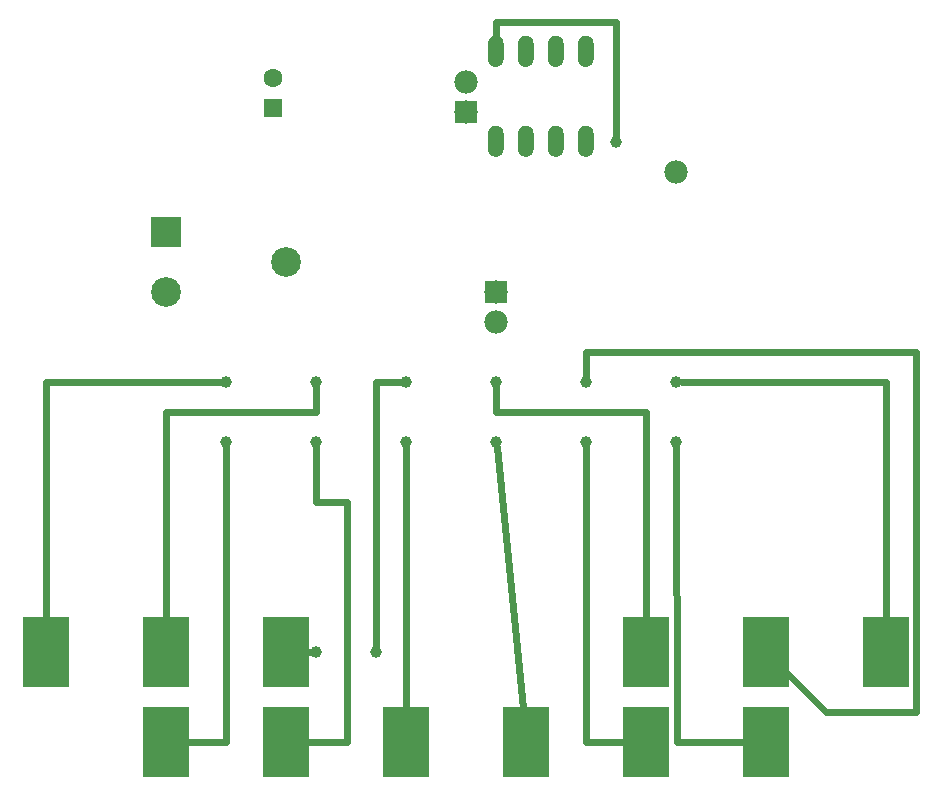
<source format=gbl>
G04 MADE WITH FRITZING*
G04 WWW.FRITZING.ORG*
G04 DOUBLE SIDED*
G04 HOLES PLATED*
G04 CONTOUR ON CENTER OF CONTOUR VECTOR*
%ASAXBY*%
%FSLAX23Y23*%
%MOIN*%
%OFA0B0*%
%SFA1.0B1.0*%
%ADD10C,0.039370*%
%ADD11C,0.099000*%
%ADD12C,0.078000*%
%ADD13C,0.062992*%
%ADD14C,0.052000*%
%ADD15R,0.099000X0.099000*%
%ADD16R,0.078000X0.078000*%
%ADD17R,0.062992X0.062992*%
%ADD18R,0.157480X0.236220*%
%ADD19C,0.024000*%
%ADD20R,0.001000X0.001000*%
%LNCOPPER0*%
G90*
G70*
G54D10*
X1299Y449D03*
X1099Y449D03*
G54D11*
X598Y1650D03*
X598Y1850D03*
X998Y1750D03*
G54D12*
X2298Y2050D03*
X2298Y2050D03*
X1598Y2250D03*
X1598Y2350D03*
G54D10*
X2098Y2150D03*
X798Y1350D03*
X798Y1150D03*
X1098Y1350D03*
X1098Y1150D03*
X1398Y1350D03*
X1398Y1150D03*
X1698Y1350D03*
X1698Y1150D03*
X1998Y1350D03*
X1998Y1150D03*
X2298Y1350D03*
X2298Y1150D03*
G54D13*
X953Y2262D03*
X953Y2361D03*
X953Y2262D03*
X953Y2361D03*
G54D14*
X1698Y2150D03*
X1798Y2150D03*
X1798Y2450D03*
X1698Y2450D03*
X1898Y2150D03*
X1998Y2150D03*
X1898Y2450D03*
X1998Y2450D03*
G54D12*
X1698Y1650D03*
X1698Y1550D03*
G54D15*
X598Y1850D03*
G54D16*
X1598Y2250D03*
G54D17*
X953Y2262D03*
X953Y2262D03*
G54D18*
X198Y450D03*
X598Y150D03*
X598Y450D03*
X998Y150D03*
X998Y450D03*
X1398Y150D03*
X2198Y450D03*
X1798Y150D03*
X2598Y450D03*
X2198Y150D03*
X2998Y450D03*
X2598Y150D03*
G54D16*
X1698Y1650D03*
G54D19*
X798Y150D02*
X671Y150D01*
D02*
X798Y1131D02*
X798Y150D01*
D02*
X1200Y150D02*
X1071Y150D01*
D02*
X1200Y949D02*
X1200Y150D01*
D02*
X1098Y949D02*
X1200Y949D01*
D02*
X1098Y1131D02*
X1098Y949D01*
D02*
X1398Y1131D02*
X1398Y262D01*
D02*
X1700Y1131D02*
X1787Y262D01*
D02*
X1999Y150D02*
X2125Y150D01*
D02*
X1998Y1131D02*
X1999Y150D01*
D02*
X2300Y150D02*
X2525Y150D01*
D02*
X2298Y1131D02*
X2300Y150D01*
D02*
X198Y1350D02*
X198Y562D01*
D02*
X779Y1350D02*
X198Y1350D01*
D02*
X1099Y1249D02*
X598Y1249D01*
D02*
X598Y1249D02*
X598Y562D01*
D02*
X1098Y1331D02*
X1099Y1249D01*
D02*
X1299Y1350D02*
X1299Y468D01*
D02*
X1080Y449D02*
X1071Y449D01*
D02*
X1379Y1350D02*
X1299Y1350D01*
D02*
X1699Y1249D02*
X2197Y1249D01*
D02*
X2197Y1249D02*
X2198Y562D01*
D02*
X1698Y1331D02*
X1699Y1249D01*
D02*
X3099Y1448D02*
X3099Y249D01*
D02*
X3099Y249D02*
X2797Y249D01*
D02*
X2797Y249D02*
X2671Y376D01*
D02*
X1997Y1448D02*
X3099Y1448D01*
D02*
X1998Y1369D02*
X1997Y1448D01*
D02*
X2997Y1350D02*
X2998Y562D01*
D02*
X2317Y1350D02*
X2997Y1350D01*
D02*
X1698Y2548D02*
X1698Y2477D01*
D02*
X2098Y2548D02*
X1698Y2548D01*
D02*
X2098Y2169D02*
X2098Y2548D01*
G54D20*
X1692Y2502D02*
X1702Y2502D01*
X1792Y2502D02*
X1802Y2502D01*
X1892Y2502D02*
X1902Y2502D01*
X1992Y2502D02*
X2002Y2502D01*
X1689Y2501D02*
X1706Y2501D01*
X1789Y2501D02*
X1806Y2501D01*
X1889Y2501D02*
X1906Y2501D01*
X1989Y2501D02*
X2006Y2501D01*
X1686Y2500D02*
X1708Y2500D01*
X1786Y2500D02*
X1808Y2500D01*
X1886Y2500D02*
X1908Y2500D01*
X1986Y2500D02*
X2008Y2500D01*
X1685Y2499D02*
X1710Y2499D01*
X1785Y2499D02*
X1810Y2499D01*
X1885Y2499D02*
X1910Y2499D01*
X1985Y2499D02*
X2010Y2499D01*
X1683Y2498D02*
X1711Y2498D01*
X1783Y2498D02*
X1811Y2498D01*
X1883Y2498D02*
X1911Y2498D01*
X1983Y2498D02*
X2011Y2498D01*
X1682Y2497D02*
X1713Y2497D01*
X1782Y2497D02*
X1813Y2497D01*
X1882Y2497D02*
X1913Y2497D01*
X1982Y2497D02*
X2013Y2497D01*
X1680Y2496D02*
X1714Y2496D01*
X1780Y2496D02*
X1814Y2496D01*
X1880Y2496D02*
X1914Y2496D01*
X1980Y2496D02*
X2014Y2496D01*
X1679Y2495D02*
X1715Y2495D01*
X1779Y2495D02*
X1815Y2495D01*
X1879Y2495D02*
X1915Y2495D01*
X1979Y2495D02*
X2015Y2495D01*
X1678Y2494D02*
X1716Y2494D01*
X1778Y2494D02*
X1816Y2494D01*
X1878Y2494D02*
X1916Y2494D01*
X1978Y2494D02*
X2016Y2494D01*
X1678Y2493D02*
X1717Y2493D01*
X1778Y2493D02*
X1817Y2493D01*
X1878Y2493D02*
X1917Y2493D01*
X1978Y2493D02*
X2017Y2493D01*
X1677Y2492D02*
X1718Y2492D01*
X1777Y2492D02*
X1818Y2492D01*
X1877Y2492D02*
X1918Y2492D01*
X1977Y2492D02*
X2017Y2492D01*
X1676Y2491D02*
X1718Y2491D01*
X1776Y2491D02*
X1818Y2491D01*
X1876Y2491D02*
X1918Y2491D01*
X1976Y2491D02*
X2018Y2491D01*
X1675Y2490D02*
X1719Y2490D01*
X1775Y2490D02*
X1819Y2490D01*
X1875Y2490D02*
X1919Y2490D01*
X1975Y2490D02*
X2019Y2490D01*
X1675Y2489D02*
X1719Y2489D01*
X1775Y2489D02*
X1819Y2489D01*
X1875Y2489D02*
X1919Y2489D01*
X1975Y2489D02*
X2019Y2489D01*
X1674Y2488D02*
X1720Y2488D01*
X1774Y2488D02*
X1820Y2488D01*
X1874Y2488D02*
X1920Y2488D01*
X1974Y2488D02*
X2020Y2488D01*
X1674Y2487D02*
X1720Y2487D01*
X1774Y2487D02*
X1820Y2487D01*
X1874Y2487D02*
X1920Y2487D01*
X1974Y2487D02*
X2020Y2487D01*
X1673Y2486D02*
X1721Y2486D01*
X1773Y2486D02*
X1821Y2486D01*
X1873Y2486D02*
X1921Y2486D01*
X1973Y2486D02*
X2021Y2486D01*
X1673Y2485D02*
X1721Y2485D01*
X1773Y2485D02*
X1821Y2485D01*
X1873Y2485D02*
X1921Y2485D01*
X1973Y2485D02*
X2021Y2485D01*
X1673Y2484D02*
X1722Y2484D01*
X1773Y2484D02*
X1822Y2484D01*
X1873Y2484D02*
X1922Y2484D01*
X1973Y2484D02*
X2022Y2484D01*
X1672Y2483D02*
X1722Y2483D01*
X1772Y2483D02*
X1822Y2483D01*
X1872Y2483D02*
X1922Y2483D01*
X1972Y2483D02*
X2022Y2483D01*
X1672Y2482D02*
X1722Y2482D01*
X1772Y2482D02*
X1822Y2482D01*
X1872Y2482D02*
X1922Y2482D01*
X1972Y2482D02*
X2022Y2482D01*
X1672Y2481D02*
X1722Y2481D01*
X1772Y2481D02*
X1822Y2481D01*
X1872Y2481D02*
X1922Y2481D01*
X1972Y2481D02*
X2022Y2481D01*
X1672Y2480D02*
X1722Y2480D01*
X1772Y2480D02*
X1822Y2480D01*
X1872Y2480D02*
X1922Y2480D01*
X1972Y2480D02*
X2022Y2480D01*
X1672Y2479D02*
X1723Y2479D01*
X1772Y2479D02*
X1823Y2479D01*
X1872Y2479D02*
X1923Y2479D01*
X1972Y2479D02*
X2022Y2479D01*
X1672Y2478D02*
X1723Y2478D01*
X1772Y2478D02*
X1823Y2478D01*
X1872Y2478D02*
X1923Y2478D01*
X1972Y2478D02*
X2023Y2478D01*
X1672Y2477D02*
X1723Y2477D01*
X1772Y2477D02*
X1823Y2477D01*
X1872Y2477D02*
X1923Y2477D01*
X1972Y2477D02*
X2023Y2477D01*
X1672Y2476D02*
X1723Y2476D01*
X1772Y2476D02*
X1823Y2476D01*
X1872Y2476D02*
X1923Y2476D01*
X1972Y2476D02*
X2023Y2476D01*
X1672Y2475D02*
X1723Y2475D01*
X1772Y2475D02*
X1823Y2475D01*
X1872Y2475D02*
X1923Y2475D01*
X1972Y2475D02*
X2023Y2475D01*
X1672Y2474D02*
X1723Y2474D01*
X1772Y2474D02*
X1823Y2474D01*
X1872Y2474D02*
X1923Y2474D01*
X1972Y2474D02*
X2023Y2474D01*
X1672Y2473D02*
X1723Y2473D01*
X1772Y2473D02*
X1823Y2473D01*
X1872Y2473D02*
X1923Y2473D01*
X1972Y2473D02*
X2023Y2473D01*
X1672Y2472D02*
X1723Y2472D01*
X1772Y2472D02*
X1823Y2472D01*
X1872Y2472D02*
X1923Y2472D01*
X1972Y2472D02*
X2023Y2472D01*
X1672Y2471D02*
X1723Y2471D01*
X1772Y2471D02*
X1823Y2471D01*
X1872Y2471D02*
X1923Y2471D01*
X1972Y2471D02*
X2023Y2471D01*
X1672Y2470D02*
X1723Y2470D01*
X1772Y2470D02*
X1823Y2470D01*
X1872Y2470D02*
X1923Y2470D01*
X1972Y2470D02*
X2023Y2470D01*
X1672Y2469D02*
X1723Y2469D01*
X1772Y2469D02*
X1823Y2469D01*
X1872Y2469D02*
X1923Y2469D01*
X1972Y2469D02*
X2023Y2469D01*
X1672Y2468D02*
X1723Y2468D01*
X1772Y2468D02*
X1823Y2468D01*
X1872Y2468D02*
X1923Y2468D01*
X1972Y2468D02*
X2023Y2468D01*
X1672Y2467D02*
X1723Y2467D01*
X1772Y2467D02*
X1823Y2467D01*
X1872Y2467D02*
X1923Y2467D01*
X1972Y2467D02*
X2023Y2467D01*
X1672Y2466D02*
X1692Y2466D01*
X1702Y2466D02*
X1723Y2466D01*
X1772Y2466D02*
X1792Y2466D01*
X1802Y2466D02*
X1823Y2466D01*
X1872Y2466D02*
X1892Y2466D01*
X1902Y2466D02*
X1923Y2466D01*
X1972Y2466D02*
X1992Y2466D01*
X2002Y2466D02*
X2023Y2466D01*
X1672Y2465D02*
X1690Y2465D01*
X1705Y2465D02*
X1723Y2465D01*
X1772Y2465D02*
X1790Y2465D01*
X1805Y2465D02*
X1823Y2465D01*
X1872Y2465D02*
X1890Y2465D01*
X1905Y2465D02*
X1923Y2465D01*
X1972Y2465D02*
X1990Y2465D01*
X2005Y2465D02*
X2023Y2465D01*
X1672Y2464D02*
X1688Y2464D01*
X1706Y2464D02*
X1723Y2464D01*
X1772Y2464D02*
X1788Y2464D01*
X1806Y2464D02*
X1823Y2464D01*
X1872Y2464D02*
X1888Y2464D01*
X1906Y2464D02*
X1923Y2464D01*
X1972Y2464D02*
X1988Y2464D01*
X2006Y2464D02*
X2023Y2464D01*
X1672Y2463D02*
X1687Y2463D01*
X1708Y2463D02*
X1723Y2463D01*
X1772Y2463D02*
X1787Y2463D01*
X1808Y2463D02*
X1823Y2463D01*
X1872Y2463D02*
X1887Y2463D01*
X1908Y2463D02*
X1923Y2463D01*
X1972Y2463D02*
X1987Y2463D01*
X2008Y2463D02*
X2023Y2463D01*
X1672Y2462D02*
X1685Y2462D01*
X1709Y2462D02*
X1723Y2462D01*
X1772Y2462D02*
X1785Y2462D01*
X1809Y2462D02*
X1823Y2462D01*
X1872Y2462D02*
X1885Y2462D01*
X1909Y2462D02*
X1923Y2462D01*
X1972Y2462D02*
X1985Y2462D01*
X2009Y2462D02*
X2023Y2462D01*
X1672Y2461D02*
X1685Y2461D01*
X1710Y2461D02*
X1723Y2461D01*
X1772Y2461D02*
X1785Y2461D01*
X1810Y2461D02*
X1823Y2461D01*
X1872Y2461D02*
X1885Y2461D01*
X1910Y2461D02*
X1923Y2461D01*
X1972Y2461D02*
X1985Y2461D01*
X2010Y2461D02*
X2023Y2461D01*
X1672Y2460D02*
X1684Y2460D01*
X1711Y2460D02*
X1723Y2460D01*
X1772Y2460D02*
X1784Y2460D01*
X1811Y2460D02*
X1823Y2460D01*
X1872Y2460D02*
X1884Y2460D01*
X1911Y2460D02*
X1923Y2460D01*
X1972Y2460D02*
X1984Y2460D01*
X2011Y2460D02*
X2023Y2460D01*
X1672Y2459D02*
X1683Y2459D01*
X1711Y2459D02*
X1723Y2459D01*
X1772Y2459D02*
X1783Y2459D01*
X1811Y2459D02*
X1823Y2459D01*
X1872Y2459D02*
X1883Y2459D01*
X1911Y2459D02*
X1923Y2459D01*
X1972Y2459D02*
X1983Y2459D01*
X2011Y2459D02*
X2023Y2459D01*
X1672Y2458D02*
X1683Y2458D01*
X1712Y2458D02*
X1723Y2458D01*
X1772Y2458D02*
X1783Y2458D01*
X1812Y2458D02*
X1823Y2458D01*
X1872Y2458D02*
X1883Y2458D01*
X1912Y2458D02*
X1923Y2458D01*
X1972Y2458D02*
X1982Y2458D01*
X2012Y2458D02*
X2023Y2458D01*
X1672Y2457D02*
X1682Y2457D01*
X1712Y2457D02*
X1723Y2457D01*
X1772Y2457D02*
X1782Y2457D01*
X1812Y2457D02*
X1823Y2457D01*
X1872Y2457D02*
X1882Y2457D01*
X1912Y2457D02*
X1923Y2457D01*
X1972Y2457D02*
X1982Y2457D01*
X2012Y2457D02*
X2023Y2457D01*
X1672Y2456D02*
X1682Y2456D01*
X1713Y2456D02*
X1723Y2456D01*
X1772Y2456D02*
X1782Y2456D01*
X1813Y2456D02*
X1823Y2456D01*
X1872Y2456D02*
X1882Y2456D01*
X1913Y2456D02*
X1923Y2456D01*
X1972Y2456D02*
X1982Y2456D01*
X2013Y2456D02*
X2023Y2456D01*
X1672Y2455D02*
X1681Y2455D01*
X1713Y2455D02*
X1723Y2455D01*
X1772Y2455D02*
X1781Y2455D01*
X1813Y2455D02*
X1823Y2455D01*
X1872Y2455D02*
X1881Y2455D01*
X1913Y2455D02*
X1923Y2455D01*
X1972Y2455D02*
X1981Y2455D01*
X2013Y2455D02*
X2023Y2455D01*
X1672Y2454D02*
X1681Y2454D01*
X1713Y2454D02*
X1723Y2454D01*
X1772Y2454D02*
X1781Y2454D01*
X1813Y2454D02*
X1823Y2454D01*
X1872Y2454D02*
X1881Y2454D01*
X1913Y2454D02*
X1923Y2454D01*
X1972Y2454D02*
X1981Y2454D01*
X2013Y2454D02*
X2023Y2454D01*
X1672Y2453D02*
X1681Y2453D01*
X1713Y2453D02*
X1723Y2453D01*
X1772Y2453D02*
X1781Y2453D01*
X1813Y2453D02*
X1823Y2453D01*
X1872Y2453D02*
X1881Y2453D01*
X1913Y2453D02*
X1923Y2453D01*
X1972Y2453D02*
X1981Y2453D01*
X2013Y2453D02*
X2023Y2453D01*
X1672Y2452D02*
X1681Y2452D01*
X1714Y2452D02*
X1723Y2452D01*
X1772Y2452D02*
X1781Y2452D01*
X1814Y2452D02*
X1823Y2452D01*
X1872Y2452D02*
X1881Y2452D01*
X1913Y2452D02*
X1923Y2452D01*
X1972Y2452D02*
X1981Y2452D01*
X2013Y2452D02*
X2023Y2452D01*
X1672Y2451D02*
X1681Y2451D01*
X1714Y2451D02*
X1723Y2451D01*
X1772Y2451D02*
X1781Y2451D01*
X1814Y2451D02*
X1823Y2451D01*
X1872Y2451D02*
X1881Y2451D01*
X1914Y2451D02*
X1923Y2451D01*
X1972Y2451D02*
X1981Y2451D01*
X2014Y2451D02*
X2023Y2451D01*
X1672Y2450D02*
X1681Y2450D01*
X1714Y2450D02*
X1723Y2450D01*
X1772Y2450D02*
X1781Y2450D01*
X1814Y2450D02*
X1823Y2450D01*
X1872Y2450D02*
X1881Y2450D01*
X1914Y2450D02*
X1923Y2450D01*
X1972Y2450D02*
X1981Y2450D01*
X2014Y2450D02*
X2023Y2450D01*
X1672Y2449D02*
X1681Y2449D01*
X1714Y2449D02*
X1723Y2449D01*
X1772Y2449D02*
X1781Y2449D01*
X1813Y2449D02*
X1823Y2449D01*
X1872Y2449D02*
X1881Y2449D01*
X1913Y2449D02*
X1923Y2449D01*
X1972Y2449D02*
X1981Y2449D01*
X2013Y2449D02*
X2023Y2449D01*
X1672Y2448D02*
X1681Y2448D01*
X1713Y2448D02*
X1723Y2448D01*
X1772Y2448D02*
X1781Y2448D01*
X1813Y2448D02*
X1823Y2448D01*
X1872Y2448D02*
X1881Y2448D01*
X1913Y2448D02*
X1923Y2448D01*
X1972Y2448D02*
X1981Y2448D01*
X2013Y2448D02*
X2023Y2448D01*
X1672Y2447D02*
X1681Y2447D01*
X1713Y2447D02*
X1723Y2447D01*
X1772Y2447D02*
X1781Y2447D01*
X1813Y2447D02*
X1823Y2447D01*
X1872Y2447D02*
X1881Y2447D01*
X1913Y2447D02*
X1923Y2447D01*
X1972Y2447D02*
X1981Y2447D01*
X2013Y2447D02*
X2023Y2447D01*
X1672Y2446D02*
X1681Y2446D01*
X1713Y2446D02*
X1723Y2446D01*
X1772Y2446D02*
X1781Y2446D01*
X1813Y2446D02*
X1823Y2446D01*
X1872Y2446D02*
X1881Y2446D01*
X1913Y2446D02*
X1923Y2446D01*
X1972Y2446D02*
X1981Y2446D01*
X2013Y2446D02*
X2023Y2446D01*
X1672Y2445D02*
X1682Y2445D01*
X1713Y2445D02*
X1723Y2445D01*
X1772Y2445D02*
X1782Y2445D01*
X1813Y2445D02*
X1823Y2445D01*
X1872Y2445D02*
X1882Y2445D01*
X1913Y2445D02*
X1923Y2445D01*
X1972Y2445D02*
X1982Y2445D01*
X2013Y2445D02*
X2023Y2445D01*
X1672Y2444D02*
X1682Y2444D01*
X1712Y2444D02*
X1723Y2444D01*
X1772Y2444D02*
X1782Y2444D01*
X1812Y2444D02*
X1823Y2444D01*
X1872Y2444D02*
X1882Y2444D01*
X1912Y2444D02*
X1923Y2444D01*
X1972Y2444D02*
X1982Y2444D01*
X2012Y2444D02*
X2023Y2444D01*
X1672Y2443D02*
X1683Y2443D01*
X1712Y2443D02*
X1723Y2443D01*
X1772Y2443D02*
X1783Y2443D01*
X1812Y2443D02*
X1823Y2443D01*
X1872Y2443D02*
X1883Y2443D01*
X1912Y2443D02*
X1923Y2443D01*
X1972Y2443D02*
X1983Y2443D01*
X2012Y2443D02*
X2023Y2443D01*
X1672Y2442D02*
X1683Y2442D01*
X1711Y2442D02*
X1723Y2442D01*
X1772Y2442D02*
X1783Y2442D01*
X1811Y2442D02*
X1823Y2442D01*
X1872Y2442D02*
X1883Y2442D01*
X1911Y2442D02*
X1923Y2442D01*
X1972Y2442D02*
X1983Y2442D01*
X2011Y2442D02*
X2023Y2442D01*
X1672Y2441D02*
X1684Y2441D01*
X1710Y2441D02*
X1723Y2441D01*
X1772Y2441D02*
X1784Y2441D01*
X1810Y2441D02*
X1823Y2441D01*
X1872Y2441D02*
X1884Y2441D01*
X1910Y2441D02*
X1923Y2441D01*
X1972Y2441D02*
X1984Y2441D01*
X2010Y2441D02*
X2023Y2441D01*
X1672Y2440D02*
X1685Y2440D01*
X1710Y2440D02*
X1723Y2440D01*
X1772Y2440D02*
X1785Y2440D01*
X1810Y2440D02*
X1823Y2440D01*
X1872Y2440D02*
X1885Y2440D01*
X1909Y2440D02*
X1923Y2440D01*
X1972Y2440D02*
X1985Y2440D01*
X2009Y2440D02*
X2023Y2440D01*
X1672Y2439D02*
X1686Y2439D01*
X1709Y2439D02*
X1723Y2439D01*
X1772Y2439D02*
X1786Y2439D01*
X1809Y2439D02*
X1823Y2439D01*
X1872Y2439D02*
X1886Y2439D01*
X1909Y2439D02*
X1923Y2439D01*
X1972Y2439D02*
X1986Y2439D01*
X2009Y2439D02*
X2023Y2439D01*
X1672Y2438D02*
X1687Y2438D01*
X1707Y2438D02*
X1723Y2438D01*
X1772Y2438D02*
X1787Y2438D01*
X1807Y2438D02*
X1823Y2438D01*
X1872Y2438D02*
X1887Y2438D01*
X1907Y2438D02*
X1923Y2438D01*
X1972Y2438D02*
X1987Y2438D01*
X2007Y2438D02*
X2023Y2438D01*
X1672Y2437D02*
X1688Y2437D01*
X1706Y2437D02*
X1723Y2437D01*
X1772Y2437D02*
X1788Y2437D01*
X1806Y2437D02*
X1823Y2437D01*
X1872Y2437D02*
X1888Y2437D01*
X1906Y2437D02*
X1923Y2437D01*
X1972Y2437D02*
X1988Y2437D01*
X2006Y2437D02*
X2023Y2437D01*
X1672Y2436D02*
X1690Y2436D01*
X1704Y2436D02*
X1723Y2436D01*
X1772Y2436D02*
X1790Y2436D01*
X1804Y2436D02*
X1823Y2436D01*
X1872Y2436D02*
X1890Y2436D01*
X1904Y2436D02*
X1923Y2436D01*
X1972Y2436D02*
X1990Y2436D01*
X2004Y2436D02*
X2023Y2436D01*
X1672Y2435D02*
X1693Y2435D01*
X1701Y2435D02*
X1723Y2435D01*
X1772Y2435D02*
X1793Y2435D01*
X1801Y2435D02*
X1823Y2435D01*
X1872Y2435D02*
X1893Y2435D01*
X1901Y2435D02*
X1923Y2435D01*
X1972Y2435D02*
X1993Y2435D01*
X2001Y2435D02*
X2023Y2435D01*
X1672Y2434D02*
X1723Y2434D01*
X1772Y2434D02*
X1823Y2434D01*
X1872Y2434D02*
X1923Y2434D01*
X1972Y2434D02*
X2023Y2434D01*
X1672Y2433D02*
X1723Y2433D01*
X1772Y2433D02*
X1823Y2433D01*
X1872Y2433D02*
X1923Y2433D01*
X1972Y2433D02*
X2023Y2433D01*
X1672Y2432D02*
X1723Y2432D01*
X1772Y2432D02*
X1823Y2432D01*
X1872Y2432D02*
X1923Y2432D01*
X1972Y2432D02*
X2023Y2432D01*
X1672Y2431D02*
X1723Y2431D01*
X1772Y2431D02*
X1823Y2431D01*
X1872Y2431D02*
X1923Y2431D01*
X1972Y2431D02*
X2023Y2431D01*
X1672Y2430D02*
X1723Y2430D01*
X1772Y2430D02*
X1823Y2430D01*
X1872Y2430D02*
X1923Y2430D01*
X1972Y2430D02*
X2023Y2430D01*
X1672Y2429D02*
X1723Y2429D01*
X1772Y2429D02*
X1823Y2429D01*
X1872Y2429D02*
X1923Y2429D01*
X1972Y2429D02*
X2023Y2429D01*
X1672Y2428D02*
X1723Y2428D01*
X1772Y2428D02*
X1823Y2428D01*
X1872Y2428D02*
X1923Y2428D01*
X1972Y2428D02*
X2023Y2428D01*
X1672Y2427D02*
X1723Y2427D01*
X1772Y2427D02*
X1823Y2427D01*
X1872Y2427D02*
X1923Y2427D01*
X1972Y2427D02*
X2023Y2427D01*
X1672Y2426D02*
X1723Y2426D01*
X1772Y2426D02*
X1823Y2426D01*
X1872Y2426D02*
X1923Y2426D01*
X1972Y2426D02*
X2023Y2426D01*
X1672Y2425D02*
X1723Y2425D01*
X1772Y2425D02*
X1823Y2425D01*
X1872Y2425D02*
X1923Y2425D01*
X1972Y2425D02*
X2023Y2425D01*
X1672Y2424D02*
X1723Y2424D01*
X1772Y2424D02*
X1823Y2424D01*
X1872Y2424D02*
X1923Y2424D01*
X1972Y2424D02*
X2023Y2424D01*
X1672Y2423D02*
X1723Y2423D01*
X1772Y2423D02*
X1823Y2423D01*
X1872Y2423D02*
X1923Y2423D01*
X1972Y2423D02*
X2023Y2423D01*
X1672Y2422D02*
X1723Y2422D01*
X1772Y2422D02*
X1823Y2422D01*
X1872Y2422D02*
X1922Y2422D01*
X1972Y2422D02*
X2022Y2422D01*
X1672Y2421D02*
X1722Y2421D01*
X1772Y2421D02*
X1822Y2421D01*
X1872Y2421D02*
X1922Y2421D01*
X1972Y2421D02*
X2022Y2421D01*
X1672Y2420D02*
X1722Y2420D01*
X1772Y2420D02*
X1822Y2420D01*
X1872Y2420D02*
X1922Y2420D01*
X1972Y2420D02*
X2022Y2420D01*
X1672Y2419D02*
X1722Y2419D01*
X1772Y2419D02*
X1822Y2419D01*
X1872Y2419D02*
X1922Y2419D01*
X1972Y2419D02*
X2022Y2419D01*
X1673Y2418D02*
X1722Y2418D01*
X1773Y2418D02*
X1822Y2418D01*
X1873Y2418D02*
X1922Y2418D01*
X1972Y2418D02*
X2022Y2418D01*
X1673Y2417D02*
X1722Y2417D01*
X1773Y2417D02*
X1822Y2417D01*
X1873Y2417D02*
X1921Y2417D01*
X1973Y2417D02*
X2021Y2417D01*
X1673Y2416D02*
X1721Y2416D01*
X1773Y2416D02*
X1821Y2416D01*
X1873Y2416D02*
X1921Y2416D01*
X1973Y2416D02*
X2021Y2416D01*
X1674Y2415D02*
X1721Y2415D01*
X1774Y2415D02*
X1821Y2415D01*
X1874Y2415D02*
X1921Y2415D01*
X1973Y2415D02*
X2021Y2415D01*
X1674Y2414D02*
X1720Y2414D01*
X1774Y2414D02*
X1820Y2414D01*
X1874Y2414D02*
X1920Y2414D01*
X1974Y2414D02*
X2020Y2414D01*
X1675Y2413D02*
X1720Y2413D01*
X1775Y2413D02*
X1820Y2413D01*
X1875Y2413D02*
X1920Y2413D01*
X1974Y2413D02*
X2020Y2413D01*
X1675Y2412D02*
X1719Y2412D01*
X1775Y2412D02*
X1819Y2412D01*
X1875Y2412D02*
X1919Y2412D01*
X1975Y2412D02*
X2019Y2412D01*
X1676Y2411D02*
X1719Y2411D01*
X1776Y2411D02*
X1819Y2411D01*
X1876Y2411D02*
X1919Y2411D01*
X1976Y2411D02*
X2019Y2411D01*
X1676Y2410D02*
X1718Y2410D01*
X1776Y2410D02*
X1818Y2410D01*
X1876Y2410D02*
X1918Y2410D01*
X1976Y2410D02*
X2018Y2410D01*
X1677Y2409D02*
X1717Y2409D01*
X1777Y2409D02*
X1817Y2409D01*
X1877Y2409D02*
X1917Y2409D01*
X1977Y2409D02*
X2017Y2409D01*
X1678Y2408D02*
X1716Y2408D01*
X1778Y2408D02*
X1816Y2408D01*
X1878Y2408D02*
X1916Y2408D01*
X1978Y2408D02*
X2016Y2408D01*
X1679Y2407D02*
X1716Y2407D01*
X1779Y2407D02*
X1816Y2407D01*
X1879Y2407D02*
X1916Y2407D01*
X1979Y2407D02*
X2016Y2407D01*
X1680Y2406D02*
X1715Y2406D01*
X1780Y2406D02*
X1815Y2406D01*
X1880Y2406D02*
X1915Y2406D01*
X1980Y2406D02*
X2015Y2406D01*
X1681Y2405D02*
X1714Y2405D01*
X1781Y2405D02*
X1814Y2405D01*
X1881Y2405D02*
X1913Y2405D01*
X1981Y2405D02*
X2013Y2405D01*
X1682Y2404D02*
X1712Y2404D01*
X1782Y2404D02*
X1812Y2404D01*
X1882Y2404D02*
X1912Y2404D01*
X1982Y2404D02*
X2012Y2404D01*
X1683Y2403D02*
X1711Y2403D01*
X1783Y2403D02*
X1811Y2403D01*
X1883Y2403D02*
X1911Y2403D01*
X1983Y2403D02*
X2011Y2403D01*
X1685Y2402D02*
X1709Y2402D01*
X1785Y2402D02*
X1809Y2402D01*
X1885Y2402D02*
X1909Y2402D01*
X1985Y2402D02*
X2009Y2402D01*
X1687Y2401D02*
X1707Y2401D01*
X1787Y2401D02*
X1807Y2401D01*
X1887Y2401D02*
X1907Y2401D01*
X1987Y2401D02*
X2007Y2401D01*
X1689Y2400D02*
X1705Y2400D01*
X1789Y2400D02*
X1805Y2400D01*
X1889Y2400D02*
X1905Y2400D01*
X1989Y2400D02*
X2005Y2400D01*
X1694Y2399D02*
X1701Y2399D01*
X1794Y2399D02*
X1801Y2399D01*
X1894Y2399D02*
X1901Y2399D01*
X1993Y2399D02*
X2001Y2399D01*
X1692Y2202D02*
X1703Y2202D01*
X1792Y2202D02*
X1803Y2202D01*
X1892Y2202D02*
X1902Y2202D01*
X1992Y2202D02*
X2002Y2202D01*
X1689Y2201D02*
X1706Y2201D01*
X1789Y2201D02*
X1806Y2201D01*
X1888Y2201D02*
X1906Y2201D01*
X1988Y2201D02*
X2006Y2201D01*
X1686Y2200D02*
X1708Y2200D01*
X1786Y2200D02*
X1808Y2200D01*
X1886Y2200D02*
X1908Y2200D01*
X1986Y2200D02*
X2008Y2200D01*
X1685Y2199D02*
X1710Y2199D01*
X1784Y2199D02*
X1810Y2199D01*
X1884Y2199D02*
X1910Y2199D01*
X1984Y2199D02*
X2010Y2199D01*
X1683Y2198D02*
X1712Y2198D01*
X1783Y2198D02*
X1811Y2198D01*
X1883Y2198D02*
X1911Y2198D01*
X1983Y2198D02*
X2011Y2198D01*
X1682Y2197D02*
X1713Y2197D01*
X1782Y2197D02*
X1813Y2197D01*
X1882Y2197D02*
X1913Y2197D01*
X1982Y2197D02*
X2013Y2197D01*
X1680Y2196D02*
X1714Y2196D01*
X1780Y2196D02*
X1814Y2196D01*
X1880Y2196D02*
X1914Y2196D01*
X1980Y2196D02*
X2014Y2196D01*
X1679Y2195D02*
X1715Y2195D01*
X1779Y2195D02*
X1815Y2195D01*
X1879Y2195D02*
X1915Y2195D01*
X1979Y2195D02*
X2015Y2195D01*
X1678Y2194D02*
X1716Y2194D01*
X1778Y2194D02*
X1816Y2194D01*
X1878Y2194D02*
X1916Y2194D01*
X1978Y2194D02*
X2016Y2194D01*
X1678Y2193D02*
X1717Y2193D01*
X1778Y2193D02*
X1817Y2193D01*
X1878Y2193D02*
X1917Y2193D01*
X1978Y2193D02*
X2017Y2193D01*
X1677Y2192D02*
X1718Y2192D01*
X1777Y2192D02*
X1818Y2192D01*
X1877Y2192D02*
X1918Y2192D01*
X1977Y2192D02*
X2018Y2192D01*
X1676Y2191D02*
X1718Y2191D01*
X1776Y2191D02*
X1818Y2191D01*
X1876Y2191D02*
X1918Y2191D01*
X1976Y2191D02*
X2018Y2191D01*
X1675Y2190D02*
X1719Y2190D01*
X1775Y2190D02*
X1819Y2190D01*
X1875Y2190D02*
X1919Y2190D01*
X1975Y2190D02*
X2019Y2190D01*
X1675Y2189D02*
X1719Y2189D01*
X1775Y2189D02*
X1819Y2189D01*
X1875Y2189D02*
X1919Y2189D01*
X1975Y2189D02*
X2019Y2189D01*
X1674Y2188D02*
X1720Y2188D01*
X1774Y2188D02*
X1820Y2188D01*
X1874Y2188D02*
X1920Y2188D01*
X1974Y2188D02*
X2020Y2188D01*
X1674Y2187D02*
X1721Y2187D01*
X1774Y2187D02*
X1821Y2187D01*
X1874Y2187D02*
X1920Y2187D01*
X1974Y2187D02*
X2020Y2187D01*
X1673Y2186D02*
X1721Y2186D01*
X1773Y2186D02*
X1821Y2186D01*
X1873Y2186D02*
X1921Y2186D01*
X1973Y2186D02*
X2021Y2186D01*
X1673Y2185D02*
X1721Y2185D01*
X1773Y2185D02*
X1821Y2185D01*
X1873Y2185D02*
X1921Y2185D01*
X1973Y2185D02*
X2021Y2185D01*
X1673Y2184D02*
X1722Y2184D01*
X1773Y2184D02*
X1822Y2184D01*
X1873Y2184D02*
X1922Y2184D01*
X1973Y2184D02*
X2022Y2184D01*
X1672Y2183D02*
X1722Y2183D01*
X1772Y2183D02*
X1822Y2183D01*
X1872Y2183D02*
X1922Y2183D01*
X1972Y2183D02*
X2022Y2183D01*
X1672Y2182D02*
X1722Y2182D01*
X1772Y2182D02*
X1822Y2182D01*
X1872Y2182D02*
X1922Y2182D01*
X1972Y2182D02*
X2022Y2182D01*
X1672Y2181D02*
X1722Y2181D01*
X1772Y2181D02*
X1822Y2181D01*
X1872Y2181D02*
X1922Y2181D01*
X1972Y2181D02*
X2022Y2181D01*
X1672Y2180D02*
X1722Y2180D01*
X1772Y2180D02*
X1822Y2180D01*
X1872Y2180D02*
X1922Y2180D01*
X1972Y2180D02*
X2022Y2180D01*
X1672Y2179D02*
X1723Y2179D01*
X1772Y2179D02*
X1823Y2179D01*
X1872Y2179D02*
X1923Y2179D01*
X1972Y2179D02*
X2022Y2179D01*
X1672Y2178D02*
X1723Y2178D01*
X1772Y2178D02*
X1823Y2178D01*
X1872Y2178D02*
X1923Y2178D01*
X1972Y2178D02*
X2023Y2178D01*
X1672Y2177D02*
X1723Y2177D01*
X1772Y2177D02*
X1823Y2177D01*
X1872Y2177D02*
X1923Y2177D01*
X1972Y2177D02*
X2023Y2177D01*
X1672Y2176D02*
X1723Y2176D01*
X1772Y2176D02*
X1823Y2176D01*
X1872Y2176D02*
X1923Y2176D01*
X1972Y2176D02*
X2023Y2176D01*
X1672Y2175D02*
X1723Y2175D01*
X1772Y2175D02*
X1823Y2175D01*
X1872Y2175D02*
X1923Y2175D01*
X1972Y2175D02*
X2023Y2175D01*
X1672Y2174D02*
X1723Y2174D01*
X1772Y2174D02*
X1823Y2174D01*
X1872Y2174D02*
X1923Y2174D01*
X1972Y2174D02*
X2023Y2174D01*
X1672Y2173D02*
X1723Y2173D01*
X1772Y2173D02*
X1823Y2173D01*
X1872Y2173D02*
X1923Y2173D01*
X1972Y2173D02*
X2023Y2173D01*
X1672Y2172D02*
X1723Y2172D01*
X1772Y2172D02*
X1823Y2172D01*
X1872Y2172D02*
X1923Y2172D01*
X1972Y2172D02*
X2023Y2172D01*
X1672Y2171D02*
X1723Y2171D01*
X1772Y2171D02*
X1823Y2171D01*
X1872Y2171D02*
X1923Y2171D01*
X1972Y2171D02*
X2023Y2171D01*
X1672Y2170D02*
X1723Y2170D01*
X1772Y2170D02*
X1823Y2170D01*
X1872Y2170D02*
X1923Y2170D01*
X1972Y2170D02*
X2023Y2170D01*
X1672Y2169D02*
X1723Y2169D01*
X1772Y2169D02*
X1823Y2169D01*
X1872Y2169D02*
X1923Y2169D01*
X1972Y2169D02*
X2023Y2169D01*
X1672Y2168D02*
X1723Y2168D01*
X1772Y2168D02*
X1823Y2168D01*
X1872Y2168D02*
X1923Y2168D01*
X1972Y2168D02*
X2023Y2168D01*
X1672Y2167D02*
X1723Y2167D01*
X1772Y2167D02*
X1823Y2167D01*
X1872Y2167D02*
X1923Y2167D01*
X1972Y2167D02*
X2023Y2167D01*
X1672Y2166D02*
X1692Y2166D01*
X1702Y2166D02*
X1723Y2166D01*
X1772Y2166D02*
X1792Y2166D01*
X1802Y2166D02*
X1823Y2166D01*
X1872Y2166D02*
X1892Y2166D01*
X1902Y2166D02*
X1923Y2166D01*
X1972Y2166D02*
X1992Y2166D01*
X2002Y2166D02*
X2023Y2166D01*
X1672Y2165D02*
X1690Y2165D01*
X1705Y2165D02*
X1723Y2165D01*
X1772Y2165D02*
X1790Y2165D01*
X1805Y2165D02*
X1823Y2165D01*
X1872Y2165D02*
X1890Y2165D01*
X1905Y2165D02*
X1923Y2165D01*
X1972Y2165D02*
X1990Y2165D01*
X2005Y2165D02*
X2023Y2165D01*
X1672Y2164D02*
X1688Y2164D01*
X1706Y2164D02*
X1723Y2164D01*
X1772Y2164D02*
X1788Y2164D01*
X1806Y2164D02*
X1823Y2164D01*
X1872Y2164D02*
X1888Y2164D01*
X1906Y2164D02*
X1923Y2164D01*
X1972Y2164D02*
X1988Y2164D01*
X2006Y2164D02*
X2023Y2164D01*
X1672Y2163D02*
X1687Y2163D01*
X1708Y2163D02*
X1723Y2163D01*
X1772Y2163D02*
X1787Y2163D01*
X1808Y2163D02*
X1823Y2163D01*
X1872Y2163D02*
X1887Y2163D01*
X1908Y2163D02*
X1923Y2163D01*
X1972Y2163D02*
X1987Y2163D01*
X2008Y2163D02*
X2023Y2163D01*
X1672Y2162D02*
X1685Y2162D01*
X1709Y2162D02*
X1723Y2162D01*
X1772Y2162D02*
X1785Y2162D01*
X1809Y2162D02*
X1823Y2162D01*
X1872Y2162D02*
X1885Y2162D01*
X1909Y2162D02*
X1923Y2162D01*
X1972Y2162D02*
X1985Y2162D01*
X2009Y2162D02*
X2023Y2162D01*
X1672Y2161D02*
X1685Y2161D01*
X1710Y2161D02*
X1723Y2161D01*
X1772Y2161D02*
X1785Y2161D01*
X1810Y2161D02*
X1823Y2161D01*
X1872Y2161D02*
X1885Y2161D01*
X1910Y2161D02*
X1923Y2161D01*
X1972Y2161D02*
X1984Y2161D01*
X2010Y2161D02*
X2023Y2161D01*
X1672Y2160D02*
X1684Y2160D01*
X1711Y2160D02*
X1723Y2160D01*
X1772Y2160D02*
X1784Y2160D01*
X1811Y2160D02*
X1823Y2160D01*
X1872Y2160D02*
X1884Y2160D01*
X1911Y2160D02*
X1923Y2160D01*
X1972Y2160D02*
X1984Y2160D01*
X2011Y2160D02*
X2023Y2160D01*
X1672Y2159D02*
X1683Y2159D01*
X1711Y2159D02*
X1723Y2159D01*
X1772Y2159D02*
X1783Y2159D01*
X1811Y2159D02*
X1823Y2159D01*
X1872Y2159D02*
X1883Y2159D01*
X1911Y2159D02*
X1923Y2159D01*
X1972Y2159D02*
X1983Y2159D01*
X2011Y2159D02*
X2023Y2159D01*
X1672Y2158D02*
X1683Y2158D01*
X1712Y2158D02*
X1723Y2158D01*
X1772Y2158D02*
X1782Y2158D01*
X1812Y2158D02*
X1823Y2158D01*
X1872Y2158D02*
X1882Y2158D01*
X1912Y2158D02*
X1923Y2158D01*
X1972Y2158D02*
X1982Y2158D01*
X2012Y2158D02*
X2023Y2158D01*
X1672Y2157D02*
X1682Y2157D01*
X1712Y2157D02*
X1723Y2157D01*
X1772Y2157D02*
X1782Y2157D01*
X1812Y2157D02*
X1823Y2157D01*
X1872Y2157D02*
X1882Y2157D01*
X1912Y2157D02*
X1923Y2157D01*
X1972Y2157D02*
X1982Y2157D01*
X2012Y2157D02*
X2023Y2157D01*
X1672Y2156D02*
X1682Y2156D01*
X1713Y2156D02*
X1723Y2156D01*
X1772Y2156D02*
X1782Y2156D01*
X1813Y2156D02*
X1823Y2156D01*
X1872Y2156D02*
X1882Y2156D01*
X1913Y2156D02*
X1923Y2156D01*
X1972Y2156D02*
X1982Y2156D01*
X2013Y2156D02*
X2023Y2156D01*
X1672Y2155D02*
X1681Y2155D01*
X1713Y2155D02*
X1723Y2155D01*
X1772Y2155D02*
X1781Y2155D01*
X1813Y2155D02*
X1823Y2155D01*
X1872Y2155D02*
X1881Y2155D01*
X1913Y2155D02*
X1923Y2155D01*
X1972Y2155D02*
X1981Y2155D01*
X2013Y2155D02*
X2023Y2155D01*
X1672Y2154D02*
X1681Y2154D01*
X1713Y2154D02*
X1723Y2154D01*
X1772Y2154D02*
X1781Y2154D01*
X1813Y2154D02*
X1823Y2154D01*
X1872Y2154D02*
X1881Y2154D01*
X1913Y2154D02*
X1923Y2154D01*
X1972Y2154D02*
X1981Y2154D01*
X2013Y2154D02*
X2023Y2154D01*
X1672Y2153D02*
X1681Y2153D01*
X1713Y2153D02*
X1723Y2153D01*
X1772Y2153D02*
X1781Y2153D01*
X1813Y2153D02*
X1823Y2153D01*
X1872Y2153D02*
X1881Y2153D01*
X1913Y2153D02*
X1923Y2153D01*
X1972Y2153D02*
X1981Y2153D01*
X2013Y2153D02*
X2023Y2153D01*
X1672Y2152D02*
X1681Y2152D01*
X1714Y2152D02*
X1723Y2152D01*
X1772Y2152D02*
X1781Y2152D01*
X1814Y2152D02*
X1823Y2152D01*
X1872Y2152D02*
X1881Y2152D01*
X1913Y2152D02*
X1923Y2152D01*
X1972Y2152D02*
X1981Y2152D01*
X2013Y2152D02*
X2023Y2152D01*
X1672Y2151D02*
X1681Y2151D01*
X1714Y2151D02*
X1723Y2151D01*
X1772Y2151D02*
X1781Y2151D01*
X1814Y2151D02*
X1823Y2151D01*
X1872Y2151D02*
X1881Y2151D01*
X1914Y2151D02*
X1923Y2151D01*
X1972Y2151D02*
X1981Y2151D01*
X2014Y2151D02*
X2023Y2151D01*
X1672Y2150D02*
X1681Y2150D01*
X1714Y2150D02*
X1723Y2150D01*
X1772Y2150D02*
X1781Y2150D01*
X1814Y2150D02*
X1823Y2150D01*
X1872Y2150D02*
X1881Y2150D01*
X1914Y2150D02*
X1923Y2150D01*
X1972Y2150D02*
X1981Y2150D01*
X2014Y2150D02*
X2023Y2150D01*
X1672Y2149D02*
X1681Y2149D01*
X1713Y2149D02*
X1723Y2149D01*
X1772Y2149D02*
X1781Y2149D01*
X1813Y2149D02*
X1823Y2149D01*
X1872Y2149D02*
X1881Y2149D01*
X1913Y2149D02*
X1923Y2149D01*
X1972Y2149D02*
X1981Y2149D01*
X2013Y2149D02*
X2023Y2149D01*
X1672Y2148D02*
X1681Y2148D01*
X1713Y2148D02*
X1723Y2148D01*
X1772Y2148D02*
X1781Y2148D01*
X1813Y2148D02*
X1823Y2148D01*
X1872Y2148D02*
X1881Y2148D01*
X1913Y2148D02*
X1923Y2148D01*
X1972Y2148D02*
X1981Y2148D01*
X2013Y2148D02*
X2023Y2148D01*
X1672Y2147D02*
X1681Y2147D01*
X1713Y2147D02*
X1723Y2147D01*
X1772Y2147D02*
X1781Y2147D01*
X1813Y2147D02*
X1823Y2147D01*
X1872Y2147D02*
X1881Y2147D01*
X1913Y2147D02*
X1923Y2147D01*
X1972Y2147D02*
X1981Y2147D01*
X2013Y2147D02*
X2023Y2147D01*
X1672Y2146D02*
X1681Y2146D01*
X1713Y2146D02*
X1723Y2146D01*
X1772Y2146D02*
X1781Y2146D01*
X1813Y2146D02*
X1823Y2146D01*
X1872Y2146D02*
X1881Y2146D01*
X1913Y2146D02*
X1923Y2146D01*
X1972Y2146D02*
X1981Y2146D01*
X2013Y2146D02*
X2023Y2146D01*
X1672Y2145D02*
X1682Y2145D01*
X1713Y2145D02*
X1723Y2145D01*
X1772Y2145D02*
X1782Y2145D01*
X1813Y2145D02*
X1823Y2145D01*
X1872Y2145D02*
X1882Y2145D01*
X1913Y2145D02*
X1923Y2145D01*
X1972Y2145D02*
X1982Y2145D01*
X2013Y2145D02*
X2023Y2145D01*
X1672Y2144D02*
X1682Y2144D01*
X1712Y2144D02*
X1723Y2144D01*
X1772Y2144D02*
X1782Y2144D01*
X1812Y2144D02*
X1823Y2144D01*
X1872Y2144D02*
X1882Y2144D01*
X1912Y2144D02*
X1923Y2144D01*
X1972Y2144D02*
X1982Y2144D01*
X2012Y2144D02*
X2023Y2144D01*
X1672Y2143D02*
X1683Y2143D01*
X1712Y2143D02*
X1723Y2143D01*
X1772Y2143D02*
X1783Y2143D01*
X1812Y2143D02*
X1823Y2143D01*
X1872Y2143D02*
X1883Y2143D01*
X1912Y2143D02*
X1923Y2143D01*
X1972Y2143D02*
X1983Y2143D01*
X2012Y2143D02*
X2023Y2143D01*
X1672Y2142D02*
X1683Y2142D01*
X1711Y2142D02*
X1723Y2142D01*
X1772Y2142D02*
X1783Y2142D01*
X1811Y2142D02*
X1823Y2142D01*
X1872Y2142D02*
X1883Y2142D01*
X1911Y2142D02*
X1923Y2142D01*
X1972Y2142D02*
X1983Y2142D01*
X2011Y2142D02*
X2023Y2142D01*
X1672Y2141D02*
X1684Y2141D01*
X1710Y2141D02*
X1723Y2141D01*
X1772Y2141D02*
X1784Y2141D01*
X1810Y2141D02*
X1823Y2141D01*
X1872Y2141D02*
X1884Y2141D01*
X1910Y2141D02*
X1923Y2141D01*
X1972Y2141D02*
X1984Y2141D01*
X2010Y2141D02*
X2023Y2141D01*
X1672Y2140D02*
X1685Y2140D01*
X1709Y2140D02*
X1723Y2140D01*
X1772Y2140D02*
X1785Y2140D01*
X1809Y2140D02*
X1823Y2140D01*
X1872Y2140D02*
X1885Y2140D01*
X1909Y2140D02*
X1923Y2140D01*
X1972Y2140D02*
X1985Y2140D01*
X2009Y2140D02*
X2023Y2140D01*
X1672Y2139D02*
X1686Y2139D01*
X1709Y2139D02*
X1723Y2139D01*
X1772Y2139D02*
X1786Y2139D01*
X1809Y2139D02*
X1823Y2139D01*
X1872Y2139D02*
X1886Y2139D01*
X1908Y2139D02*
X1923Y2139D01*
X1972Y2139D02*
X1986Y2139D01*
X2008Y2139D02*
X2023Y2139D01*
X1672Y2138D02*
X1687Y2138D01*
X1707Y2138D02*
X1723Y2138D01*
X1772Y2138D02*
X1787Y2138D01*
X1807Y2138D02*
X1823Y2138D01*
X1872Y2138D02*
X1887Y2138D01*
X1907Y2138D02*
X1923Y2138D01*
X1972Y2138D02*
X1987Y2138D01*
X2007Y2138D02*
X2023Y2138D01*
X1672Y2137D02*
X1689Y2137D01*
X1706Y2137D02*
X1723Y2137D01*
X1772Y2137D02*
X1788Y2137D01*
X1806Y2137D02*
X1823Y2137D01*
X1872Y2137D02*
X1888Y2137D01*
X1906Y2137D02*
X1923Y2137D01*
X1972Y2137D02*
X1988Y2137D01*
X2006Y2137D02*
X2023Y2137D01*
X1672Y2136D02*
X1690Y2136D01*
X1704Y2136D02*
X1723Y2136D01*
X1772Y2136D02*
X1790Y2136D01*
X1804Y2136D02*
X1823Y2136D01*
X1872Y2136D02*
X1890Y2136D01*
X1904Y2136D02*
X1923Y2136D01*
X1972Y2136D02*
X1990Y2136D01*
X2004Y2136D02*
X2023Y2136D01*
X1672Y2135D02*
X1694Y2135D01*
X1701Y2135D02*
X1723Y2135D01*
X1772Y2135D02*
X1794Y2135D01*
X1801Y2135D02*
X1823Y2135D01*
X1872Y2135D02*
X1894Y2135D01*
X1901Y2135D02*
X1923Y2135D01*
X1972Y2135D02*
X1994Y2135D01*
X2001Y2135D02*
X2023Y2135D01*
X1672Y2134D02*
X1723Y2134D01*
X1772Y2134D02*
X1823Y2134D01*
X1872Y2134D02*
X1923Y2134D01*
X1972Y2134D02*
X2023Y2134D01*
X1672Y2133D02*
X1723Y2133D01*
X1772Y2133D02*
X1823Y2133D01*
X1872Y2133D02*
X1923Y2133D01*
X1972Y2133D02*
X2023Y2133D01*
X1672Y2132D02*
X1723Y2132D01*
X1772Y2132D02*
X1823Y2132D01*
X1872Y2132D02*
X1923Y2132D01*
X1972Y2132D02*
X2023Y2132D01*
X1672Y2131D02*
X1723Y2131D01*
X1772Y2131D02*
X1823Y2131D01*
X1872Y2131D02*
X1923Y2131D01*
X1972Y2131D02*
X2023Y2131D01*
X1672Y2130D02*
X1723Y2130D01*
X1772Y2130D02*
X1823Y2130D01*
X1872Y2130D02*
X1923Y2130D01*
X1972Y2130D02*
X2023Y2130D01*
X1672Y2129D02*
X1723Y2129D01*
X1772Y2129D02*
X1823Y2129D01*
X1872Y2129D02*
X1923Y2129D01*
X1972Y2129D02*
X2023Y2129D01*
X1672Y2128D02*
X1723Y2128D01*
X1772Y2128D02*
X1823Y2128D01*
X1872Y2128D02*
X1923Y2128D01*
X1972Y2128D02*
X2023Y2128D01*
X1672Y2127D02*
X1723Y2127D01*
X1772Y2127D02*
X1823Y2127D01*
X1872Y2127D02*
X1923Y2127D01*
X1972Y2127D02*
X2023Y2127D01*
X1672Y2126D02*
X1723Y2126D01*
X1772Y2126D02*
X1823Y2126D01*
X1872Y2126D02*
X1923Y2126D01*
X1972Y2126D02*
X2023Y2126D01*
X1672Y2125D02*
X1723Y2125D01*
X1772Y2125D02*
X1823Y2125D01*
X1872Y2125D02*
X1923Y2125D01*
X1972Y2125D02*
X2023Y2125D01*
X1672Y2124D02*
X1723Y2124D01*
X1772Y2124D02*
X1823Y2124D01*
X1872Y2124D02*
X1923Y2124D01*
X1972Y2124D02*
X2023Y2124D01*
X1672Y2123D02*
X1723Y2123D01*
X1772Y2123D02*
X1823Y2123D01*
X1872Y2123D02*
X1923Y2123D01*
X1972Y2123D02*
X2023Y2123D01*
X1672Y2122D02*
X1723Y2122D01*
X1772Y2122D02*
X1823Y2122D01*
X1872Y2122D02*
X1922Y2122D01*
X1972Y2122D02*
X2022Y2122D01*
X1672Y2121D02*
X1722Y2121D01*
X1772Y2121D02*
X1822Y2121D01*
X1872Y2121D02*
X1922Y2121D01*
X1972Y2121D02*
X2022Y2121D01*
X1672Y2120D02*
X1722Y2120D01*
X1772Y2120D02*
X1822Y2120D01*
X1872Y2120D02*
X1922Y2120D01*
X1972Y2120D02*
X2022Y2120D01*
X1672Y2119D02*
X1722Y2119D01*
X1772Y2119D02*
X1822Y2119D01*
X1872Y2119D02*
X1922Y2119D01*
X1972Y2119D02*
X2022Y2119D01*
X1673Y2118D02*
X1722Y2118D01*
X1773Y2118D02*
X1822Y2118D01*
X1873Y2118D02*
X1922Y2118D01*
X1973Y2118D02*
X2022Y2118D01*
X1673Y2117D02*
X1721Y2117D01*
X1773Y2117D02*
X1821Y2117D01*
X1873Y2117D02*
X1921Y2117D01*
X1973Y2117D02*
X2021Y2117D01*
X1673Y2116D02*
X1721Y2116D01*
X1773Y2116D02*
X1821Y2116D01*
X1873Y2116D02*
X1921Y2116D01*
X1973Y2116D02*
X2021Y2116D01*
X1674Y2115D02*
X1721Y2115D01*
X1774Y2115D02*
X1821Y2115D01*
X1874Y2115D02*
X1921Y2115D01*
X1973Y2115D02*
X2021Y2115D01*
X1674Y2114D02*
X1720Y2114D01*
X1774Y2114D02*
X1820Y2114D01*
X1874Y2114D02*
X1920Y2114D01*
X1974Y2114D02*
X2020Y2114D01*
X1675Y2113D02*
X1720Y2113D01*
X1775Y2113D02*
X1820Y2113D01*
X1875Y2113D02*
X1920Y2113D01*
X1975Y2113D02*
X2020Y2113D01*
X1675Y2112D02*
X1719Y2112D01*
X1775Y2112D02*
X1819Y2112D01*
X1875Y2112D02*
X1919Y2112D01*
X1975Y2112D02*
X2019Y2112D01*
X1676Y2111D02*
X1719Y2111D01*
X1776Y2111D02*
X1819Y2111D01*
X1876Y2111D02*
X1919Y2111D01*
X1976Y2111D02*
X2019Y2111D01*
X1676Y2110D02*
X1718Y2110D01*
X1776Y2110D02*
X1818Y2110D01*
X1876Y2110D02*
X1918Y2110D01*
X1976Y2110D02*
X2018Y2110D01*
X1677Y2109D02*
X1717Y2109D01*
X1777Y2109D02*
X1817Y2109D01*
X1877Y2109D02*
X1917Y2109D01*
X1977Y2109D02*
X2017Y2109D01*
X1678Y2108D02*
X1716Y2108D01*
X1778Y2108D02*
X1816Y2108D01*
X1878Y2108D02*
X1916Y2108D01*
X1978Y2108D02*
X2016Y2108D01*
X1679Y2107D02*
X1716Y2107D01*
X1779Y2107D02*
X1816Y2107D01*
X1879Y2107D02*
X1916Y2107D01*
X1979Y2107D02*
X2016Y2107D01*
X1680Y2106D02*
X1715Y2106D01*
X1780Y2106D02*
X1815Y2106D01*
X1880Y2106D02*
X1915Y2106D01*
X1980Y2106D02*
X2015Y2106D01*
X1681Y2105D02*
X1713Y2105D01*
X1781Y2105D02*
X1813Y2105D01*
X1881Y2105D02*
X1913Y2105D01*
X1981Y2105D02*
X2013Y2105D01*
X1682Y2104D02*
X1712Y2104D01*
X1782Y2104D02*
X1812Y2104D01*
X1882Y2104D02*
X1912Y2104D01*
X1982Y2104D02*
X2012Y2104D01*
X1683Y2103D02*
X1711Y2103D01*
X1783Y2103D02*
X1811Y2103D01*
X1883Y2103D02*
X1911Y2103D01*
X1983Y2103D02*
X2011Y2103D01*
X1685Y2102D02*
X1709Y2102D01*
X1785Y2102D02*
X1809Y2102D01*
X1885Y2102D02*
X1909Y2102D01*
X1985Y2102D02*
X2009Y2102D01*
X1687Y2101D02*
X1707Y2101D01*
X1787Y2101D02*
X1807Y2101D01*
X1887Y2101D02*
X1907Y2101D01*
X1987Y2101D02*
X2007Y2101D01*
X1690Y2100D02*
X1705Y2100D01*
X1790Y2100D02*
X1805Y2100D01*
X1890Y2100D02*
X1905Y2100D01*
X1990Y2100D02*
X2005Y2100D01*
X1694Y2099D02*
X1700Y2099D01*
X1794Y2099D02*
X1800Y2099D01*
X1894Y2099D02*
X1900Y2099D01*
X1994Y2099D02*
X2000Y2099D01*
D02*
G04 End of Copper0*
M02*
</source>
